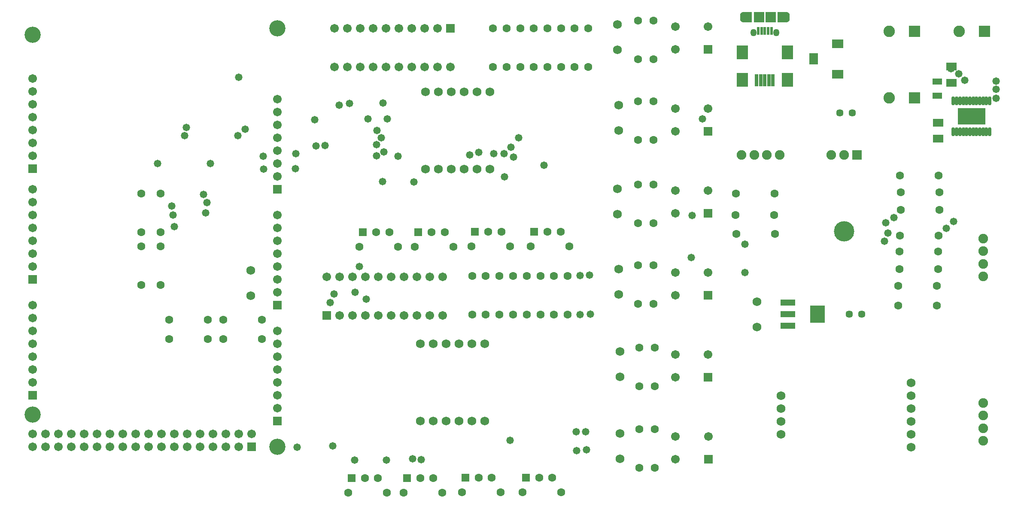
<source format=gts>
G04*
G04 #@! TF.GenerationSoftware,Altium Limited,Altium Designer,19.0.10 (269)*
G04*
G04 Layer_Color=8388736*
%FSLAX25Y25*%
%MOIN*%
G70*
G01*
G75*
%ADD16R,0.08280X0.06115*%
%ADD17R,0.07493X0.04540*%
%ADD18O,0.02572X0.07099*%
%ADD19R,0.21509X0.12808*%
%ADD20R,0.11430X0.04737*%
%ADD21R,0.11430X0.13792*%
%ADD22R,0.02769X0.09658*%
%ADD23R,0.08674X0.10642*%
%ADD24R,0.02375X0.06115*%
%ADD25R,0.07887X0.08280*%
%ADD26R,0.07001X0.08280*%
%ADD27R,0.07001X0.08280*%
%ADD28R,0.06706X0.06706*%
%ADD29C,0.06706*%
%ADD30R,0.06706X0.06706*%
%ADD31C,0.06312*%
%ADD32C,0.06800*%
%ADD33C,0.15800*%
%ADD34C,0.07493*%
%ADD35R,0.07493X0.07493*%
%ADD36C,0.05721*%
%ADD37R,0.06312X0.06312*%
%ADD38R,0.08871X0.08871*%
%ADD39C,0.08871*%
%ADD40O,0.04934X0.05721*%
%ADD41O,0.05524X0.08280*%
%ADD42R,0.06706X0.09068*%
%ADD43R,0.09068X0.06706*%
%ADD44C,0.12611*%
%ADD45C,0.05800*%
%ADD46C,0.02769*%
D16*
X825000Y399299D02*
D03*
Y386701D02*
D03*
X835500Y442899D02*
D03*
Y430301D02*
D03*
D17*
X824500Y419988D02*
D03*
Y431012D02*
D03*
D18*
X836925Y391992D02*
D03*
X839484D02*
D03*
X842043D02*
D03*
X844602D02*
D03*
X847161D02*
D03*
X849720D02*
D03*
X852279D02*
D03*
X854839D02*
D03*
X857398D02*
D03*
X859957D02*
D03*
X862516D02*
D03*
X865075D02*
D03*
X836925Y416008D02*
D03*
X839484D02*
D03*
X842043D02*
D03*
X844602D02*
D03*
X847161D02*
D03*
X849720D02*
D03*
X852279D02*
D03*
X854839D02*
D03*
X857398D02*
D03*
X859957D02*
D03*
X862516D02*
D03*
X865075D02*
D03*
D19*
X851000Y404000D02*
D03*
D20*
X708272Y259428D02*
D03*
Y250373D02*
D03*
Y241318D02*
D03*
D21*
X731500Y250373D02*
D03*
D22*
X696827Y432026D02*
D03*
X693677D02*
D03*
X690528D02*
D03*
X687378D02*
D03*
X684228D02*
D03*
D23*
X708047Y432518D02*
D03*
X673008D02*
D03*
X708047Y453974D02*
D03*
X673008D02*
D03*
D24*
X687968Y470469D02*
D03*
X690528D02*
D03*
X685409D02*
D03*
X693087D02*
D03*
X695646D02*
D03*
D25*
X695055Y481000D02*
D03*
X686000D02*
D03*
D26*
X677191Y481000D02*
D03*
D27*
X703864Y481000D02*
D03*
D28*
X312000Y347334D02*
D03*
X122000Y187334D02*
D03*
Y277334D02*
D03*
Y363334D02*
D03*
X312000Y167334D02*
D03*
Y257334D02*
D03*
X446500Y472500D02*
D03*
X350500Y249500D02*
D03*
D29*
X312000Y357334D02*
D03*
Y367334D02*
D03*
Y377334D02*
D03*
Y387334D02*
D03*
Y397334D02*
D03*
Y407334D02*
D03*
Y417334D02*
D03*
X122000Y197334D02*
D03*
Y207334D02*
D03*
Y217334D02*
D03*
Y227334D02*
D03*
Y237334D02*
D03*
Y247334D02*
D03*
Y257334D02*
D03*
Y347334D02*
D03*
Y337334D02*
D03*
Y327334D02*
D03*
Y317334D02*
D03*
Y307334D02*
D03*
Y297334D02*
D03*
Y287334D02*
D03*
Y433334D02*
D03*
Y423334D02*
D03*
Y413334D02*
D03*
Y403334D02*
D03*
Y393334D02*
D03*
Y383334D02*
D03*
Y373334D02*
D03*
X312000Y237334D02*
D03*
Y227334D02*
D03*
Y217334D02*
D03*
Y207334D02*
D03*
Y197334D02*
D03*
Y187334D02*
D03*
Y177334D02*
D03*
Y327334D02*
D03*
Y317334D02*
D03*
Y307334D02*
D03*
Y297334D02*
D03*
Y287334D02*
D03*
Y277334D02*
D03*
Y267334D02*
D03*
X292000Y157334D02*
D03*
X282000Y147334D02*
D03*
Y157334D02*
D03*
X272000Y147334D02*
D03*
Y157334D02*
D03*
X262000Y147334D02*
D03*
Y157334D02*
D03*
X252000Y147334D02*
D03*
Y157334D02*
D03*
X242000Y147334D02*
D03*
Y157334D02*
D03*
X232000Y147334D02*
D03*
Y157334D02*
D03*
X222000Y147334D02*
D03*
Y157334D02*
D03*
X212000Y147334D02*
D03*
Y157334D02*
D03*
X202000Y147334D02*
D03*
Y157334D02*
D03*
X192000Y147334D02*
D03*
Y157334D02*
D03*
X182000Y147334D02*
D03*
Y157334D02*
D03*
X172000Y147334D02*
D03*
Y157334D02*
D03*
X162000Y147334D02*
D03*
Y157334D02*
D03*
X152000Y147334D02*
D03*
Y157334D02*
D03*
X142000Y147334D02*
D03*
Y157334D02*
D03*
X132000Y147334D02*
D03*
Y157334D02*
D03*
X122000Y147334D02*
D03*
Y157334D02*
D03*
X621205Y137887D02*
D03*
Y155603D02*
D03*
X646795D02*
D03*
X620940Y201538D02*
D03*
Y219254D02*
D03*
X646530D02*
D03*
X620940Y265189D02*
D03*
Y282905D02*
D03*
X646530D02*
D03*
X620940Y328840D02*
D03*
Y346556D02*
D03*
X646530D02*
D03*
X620940Y392491D02*
D03*
Y410207D02*
D03*
X646530D02*
D03*
X620940Y456142D02*
D03*
Y473858D02*
D03*
X646530D02*
D03*
X436500Y472500D02*
D03*
X426500D02*
D03*
X416500D02*
D03*
X406500D02*
D03*
X396500D02*
D03*
X386500D02*
D03*
X376500D02*
D03*
X366500D02*
D03*
X356500D02*
D03*
X446500Y442500D02*
D03*
X436500D02*
D03*
X426500D02*
D03*
X416500D02*
D03*
X406500D02*
D03*
X396500D02*
D03*
X386500D02*
D03*
X376500D02*
D03*
X366500D02*
D03*
X356500D02*
D03*
X360500Y249500D02*
D03*
X370500D02*
D03*
X380500D02*
D03*
X390500D02*
D03*
X400500D02*
D03*
X410500D02*
D03*
X420500D02*
D03*
X430500D02*
D03*
X440500D02*
D03*
X350500Y279500D02*
D03*
X360500D02*
D03*
X370500D02*
D03*
X380500D02*
D03*
X390500D02*
D03*
X400500D02*
D03*
X410500D02*
D03*
X420500D02*
D03*
X430500D02*
D03*
X440500D02*
D03*
D30*
X292000Y147334D02*
D03*
X646795Y137887D02*
D03*
X646530Y201538D02*
D03*
Y265189D02*
D03*
Y328840D02*
D03*
Y392491D02*
D03*
Y456142D02*
D03*
D31*
X367028Y111718D02*
D03*
X397028D02*
D03*
X795000Y285548D02*
D03*
X825000D02*
D03*
X794000Y272548D02*
D03*
X824000D02*
D03*
X484500Y280245D02*
D03*
Y250245D02*
D03*
X490068Y472500D02*
D03*
Y442500D02*
D03*
X698347Y312815D02*
D03*
X668347D02*
D03*
X698000Y344000D02*
D03*
X668000D02*
D03*
X667887Y327484D02*
D03*
X697887D02*
D03*
X206500Y314000D02*
D03*
Y344000D02*
D03*
Y273000D02*
D03*
Y303000D02*
D03*
X258000Y231000D02*
D03*
X228000D02*
D03*
X300000D02*
D03*
X270000D02*
D03*
X300000Y246000D02*
D03*
X270000D02*
D03*
X258000D02*
D03*
X228000D02*
D03*
X221500Y273000D02*
D03*
Y303000D02*
D03*
Y314000D02*
D03*
Y344000D02*
D03*
X825500Y358048D02*
D03*
X795500D02*
D03*
X796000Y331500D02*
D03*
X826000D02*
D03*
X399009Y314254D02*
D03*
X388773D02*
D03*
X442009Y314149D02*
D03*
X431773D02*
D03*
X486009Y314317D02*
D03*
X475773D02*
D03*
X532009Y314500D02*
D03*
X521773D02*
D03*
X390250Y123000D02*
D03*
X380014D02*
D03*
X433250Y123183D02*
D03*
X423014D02*
D03*
X478528Y123381D02*
D03*
X468292D02*
D03*
X525528Y123550D02*
D03*
X515292D02*
D03*
X795000Y299048D02*
D03*
X825000D02*
D03*
X592000Y478541D02*
D03*
Y448541D02*
D03*
X604000D02*
D03*
Y478541D02*
D03*
X592000Y415875D02*
D03*
Y385875D02*
D03*
X604000D02*
D03*
Y415875D02*
D03*
X592000Y351000D02*
D03*
Y321000D02*
D03*
X604000D02*
D03*
Y351000D02*
D03*
X592129Y288541D02*
D03*
Y258541D02*
D03*
X604129D02*
D03*
Y288541D02*
D03*
X593000Y161000D02*
D03*
Y131000D02*
D03*
X605000D02*
D03*
Y161000D02*
D03*
X826000Y345000D02*
D03*
X796000D02*
D03*
X605000Y194541D02*
D03*
Y224541D02*
D03*
X593000D02*
D03*
Y194541D02*
D03*
X795500Y311500D02*
D03*
X825500D02*
D03*
X794000Y257000D02*
D03*
X824000D02*
D03*
X448787Y302866D02*
D03*
X418787D02*
D03*
X405787Y302971D02*
D03*
X375787D02*
D03*
X532306Y112267D02*
D03*
X502306D02*
D03*
X440028Y111901D02*
D03*
X410028D02*
D03*
X538787Y303218D02*
D03*
X508787D02*
D03*
X473904Y280245D02*
D03*
Y250245D02*
D03*
X463309Y280245D02*
D03*
Y250245D02*
D03*
X485306Y112098D02*
D03*
X455306D02*
D03*
X495095Y280245D02*
D03*
Y250245D02*
D03*
X505691Y280245D02*
D03*
Y250245D02*
D03*
X516286Y280245D02*
D03*
Y250245D02*
D03*
X526882Y280245D02*
D03*
Y250245D02*
D03*
X537477Y280245D02*
D03*
Y250245D02*
D03*
X479500Y472500D02*
D03*
Y442500D02*
D03*
X500636Y472500D02*
D03*
Y442500D02*
D03*
X492787Y303034D02*
D03*
X462787D02*
D03*
X511204Y472500D02*
D03*
Y442500D02*
D03*
X521773Y472500D02*
D03*
Y442500D02*
D03*
X532341Y472500D02*
D03*
Y442500D02*
D03*
X542909Y472500D02*
D03*
Y442500D02*
D03*
X553477Y472500D02*
D03*
Y442500D02*
D03*
D32*
X291500Y284500D02*
D03*
Y264815D02*
D03*
X684500Y240315D02*
D03*
Y260000D02*
D03*
X577129Y265745D02*
D03*
Y285430D02*
D03*
X576000Y328204D02*
D03*
Y347889D02*
D03*
X577000Y393079D02*
D03*
Y412764D02*
D03*
X576000Y455745D02*
D03*
Y475430D02*
D03*
X578000Y138204D02*
D03*
Y157889D02*
D03*
Y201745D02*
D03*
Y221430D02*
D03*
X457252Y423000D02*
D03*
X447252D02*
D03*
X437252D02*
D03*
X427252D02*
D03*
X467252D02*
D03*
X477252D02*
D03*
X427252Y363000D02*
D03*
X437252D02*
D03*
X477252D02*
D03*
X467252D02*
D03*
X457252D02*
D03*
X447252D02*
D03*
X453000Y227500D02*
D03*
X443000D02*
D03*
X433000D02*
D03*
X423000D02*
D03*
X463000D02*
D03*
X473000D02*
D03*
X423000Y167500D02*
D03*
X433000D02*
D03*
X473000D02*
D03*
X463000D02*
D03*
X453000D02*
D03*
X443000D02*
D03*
X703000Y157000D02*
D03*
Y167000D02*
D03*
Y177000D02*
D03*
Y187000D02*
D03*
X804000Y197000D02*
D03*
Y187000D02*
D03*
Y177000D02*
D03*
Y167000D02*
D03*
Y157000D02*
D03*
Y147000D02*
D03*
D33*
X752000Y314945D02*
D03*
D34*
X742000Y374000D02*
D03*
X752000D02*
D03*
X672500D02*
D03*
X682342D02*
D03*
X692185D02*
D03*
X702028D02*
D03*
X860000Y279745D02*
D03*
Y289587D02*
D03*
Y299430D02*
D03*
Y309272D02*
D03*
Y181528D02*
D03*
Y171685D02*
D03*
Y161843D02*
D03*
Y152000D02*
D03*
D35*
X762000Y374000D02*
D03*
D36*
X756000Y250500D02*
D03*
X765842D02*
D03*
X758500Y406900D02*
D03*
X748658D02*
D03*
D37*
X378536Y314254D02*
D03*
X421536Y314149D02*
D03*
X465536Y314317D02*
D03*
X511536Y314500D02*
D03*
X369778Y123000D02*
D03*
X412778Y123183D02*
D03*
X458056Y123381D02*
D03*
X505056Y123550D02*
D03*
D38*
X861000Y470000D02*
D03*
X806843D02*
D03*
Y418512D02*
D03*
D39*
X841315Y470000D02*
D03*
X787157D02*
D03*
Y418512D02*
D03*
D40*
X699287Y469189D02*
D03*
X681768D02*
D03*
D41*
X674090Y481000D02*
D03*
X706965D02*
D03*
D42*
X728496Y448659D02*
D03*
D43*
X747000Y460470D02*
D03*
Y436848D02*
D03*
D44*
X312000Y147334D02*
D03*
X122000Y172334D02*
D03*
Y467334D02*
D03*
X312000Y472334D02*
D03*
D45*
X423890Y137500D02*
D03*
X396800Y137300D02*
D03*
X375787Y287500D02*
D03*
X488500Y357000D02*
D03*
X519000Y366145D02*
D03*
X392689Y387334D02*
D03*
X389500Y393000D02*
D03*
X389169Y382000D02*
D03*
X468500Y376000D02*
D03*
X326000Y363428D02*
D03*
X342000Y381000D02*
D03*
X393637Y353500D02*
D03*
X417966Y353000D02*
D03*
X231000Y327500D02*
D03*
X232211Y318500D02*
D03*
X256500Y329000D02*
D03*
X349000Y381500D02*
D03*
X341000Y401500D02*
D03*
X405787Y373000D02*
D03*
X461500Y374000D02*
D03*
X257500Y337208D02*
D03*
X368000Y414000D02*
D03*
X360000Y412788D02*
D03*
X394165Y414589D02*
D03*
X382500Y402000D02*
D03*
X281500Y389000D02*
D03*
X287000Y393979D02*
D03*
X260000Y367334D02*
D03*
X389169Y373334D02*
D03*
X480000Y375000D02*
D03*
X493500Y380000D02*
D03*
X488000Y375000D02*
D03*
X495500Y372500D02*
D03*
X499500Y387500D02*
D03*
X301500Y363000D02*
D03*
X254731Y343500D02*
D03*
X230000Y334500D02*
D03*
X326500Y375000D02*
D03*
X301000Y373000D02*
D03*
X219000Y367500D02*
D03*
X282000Y434500D02*
D03*
X240000Y389000D02*
D03*
X241500Y395542D02*
D03*
X783500Y307036D02*
D03*
X786134Y313500D02*
D03*
X784500Y321437D02*
D03*
X790615Y325500D02*
D03*
X394900Y376500D02*
D03*
X397427Y402000D02*
D03*
X634000Y327000D02*
D03*
X633500Y294500D02*
D03*
X675000Y282905D02*
D03*
Y304809D02*
D03*
X831500Y317000D02*
D03*
X837000Y322500D02*
D03*
X642000Y402000D02*
D03*
X372402Y267500D02*
D03*
X356157Y266000D02*
D03*
X353000Y259500D02*
D03*
X381000Y262000D02*
D03*
X552000Y145000D02*
D03*
X551500Y159000D02*
D03*
X555000Y250500D02*
D03*
X554500Y280912D02*
D03*
X547000Y280500D02*
D03*
X547100Y250000D02*
D03*
X544000Y159000D02*
D03*
X544500Y144500D02*
D03*
X355000Y148000D02*
D03*
X327500Y147000D02*
D03*
X372000Y137237D02*
D03*
X417000Y138000D02*
D03*
X492702Y152500D02*
D03*
X845799Y432000D02*
D03*
X841000Y437148D02*
D03*
X835000Y441000D02*
D03*
X870000Y425000D02*
D03*
Y431500D02*
D03*
Y418012D02*
D03*
D46*
X842339Y399669D02*
D03*
Y404000D02*
D03*
Y408331D02*
D03*
X846669Y399669D02*
D03*
Y404000D02*
D03*
Y408331D02*
D03*
X851000Y399669D02*
D03*
Y404000D02*
D03*
Y408331D02*
D03*
X855331Y399669D02*
D03*
Y404000D02*
D03*
Y408331D02*
D03*
X859661Y399669D02*
D03*
Y404000D02*
D03*
Y408331D02*
D03*
M02*

</source>
